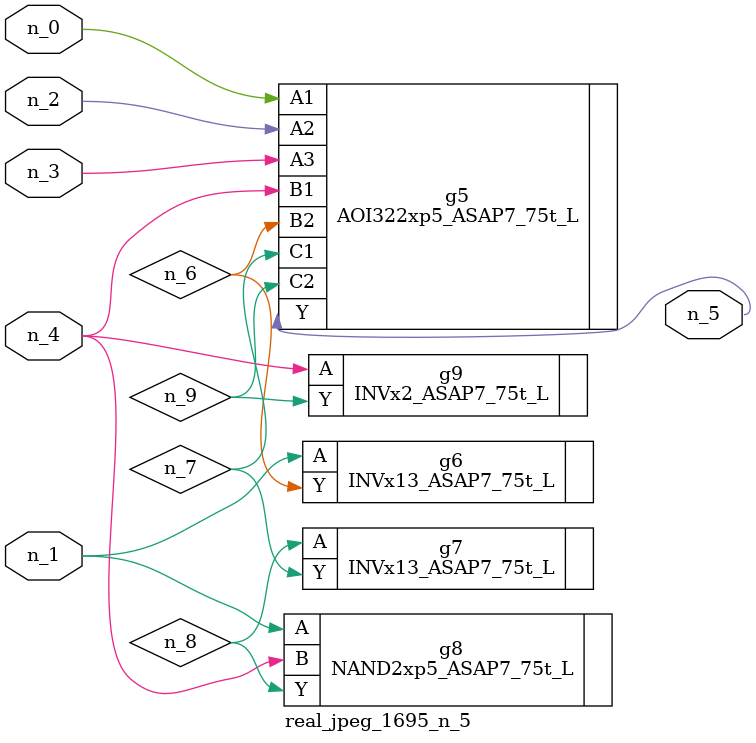
<source format=v>
module real_jpeg_1695_n_5 (n_4, n_0, n_1, n_2, n_3, n_5);

input n_4;
input n_0;
input n_1;
input n_2;
input n_3;

output n_5;

wire n_8;
wire n_6;
wire n_7;
wire n_9;

AOI322xp5_ASAP7_75t_L g5 ( 
.A1(n_0),
.A2(n_2),
.A3(n_3),
.B1(n_4),
.B2(n_6),
.C1(n_7),
.C2(n_9),
.Y(n_5)
);

INVx13_ASAP7_75t_L g6 ( 
.A(n_1),
.Y(n_6)
);

NAND2xp5_ASAP7_75t_L g8 ( 
.A(n_1),
.B(n_4),
.Y(n_8)
);

INVx2_ASAP7_75t_L g9 ( 
.A(n_4),
.Y(n_9)
);

INVx13_ASAP7_75t_L g7 ( 
.A(n_8),
.Y(n_7)
);


endmodule
</source>
